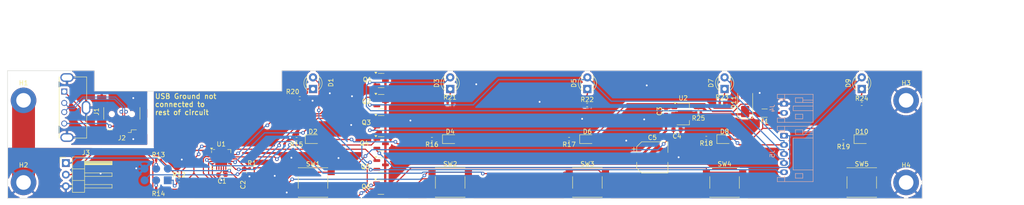
<source format=kicad_pcb>
(kicad_pcb (version 20240108) (generator "pcbnew") (generator_version "8.0")
  (layers (0 "F.Cu" signal) (31 "B.Cu" signal) (34 "B.Paste" user) (35 "F.Paste" user) (36 "B.SilkS" user "B.Silkscreen") (37 "F.SilkS" user "F.Silkscreen") (38 "B.Mask" user) (39 "F.Mask" user) (44 "Edge.Cuts" user))
  (net 0 "")
  (net 1 "GND")
  (net 2 "VCC")
  (net 3 "/RESET")
  (net 4 "+BATT")
  (net 5 "/SW_DRV_SEAT")
  (net 6 "/SW_PAS_SEAT")
  (net 7 "/SW_LIGHTS")
  (net 8 "/SW_LOK_F")
  (net 9 "/SW_LOK_R")
  (net 10 "/MISO")
  (net 11 "/MOSI")
  (net 12 "/SCK")
  (net 19 "Net-(D1-K)")
  (net 20 "Net-(D2-K)")
  (net 21 "Net-(D3-K)")
  (net 22 "Net-(D4-K)")
  (net 23 "Net-(D5-K)")
  (net 24 "Net-(D6-K)")
  (net 25 "Net-(D7-K)")
  (net 26 "Net-(D8-K)")
  (net 27 "Net-(D9-K)")
  (net 28 "Net-(D10-K)")
  (net 29 "/usb_vbus")
  (net 30 "/usb_gnd")
  (net 32 "/usb-")
  (net 33 "/usb+")
  (net 34 "/usb_shield")
  (net 35 "/DRN_DRV_SEAT")
  (net 36 "Net-(D10-A)")
  (net 37 "/DRN_PAS_SEAT")
  (net 38 "/DRN_SW_LIGHTS")
  (net 39 "/DRN_LOK_F")
  (net 40 "/DRN_LOK_R")
  (net 41 "Net-(J3-Pin_2)")
  (net 42 "/GATE_PAS_SEAT")
  (net 43 "/GATE_SW_LIGHTS")
  (net 44 "/GATE_LOK_F")
  (net 45 "/GATE_LOK_R")
  (net 46 "/GATE_DRV_SEAT")
  (net 47 "Net-(J4-Pin_2)")
  (net 48 "Net-(D11-A1)")
  (footprint "Resistor_SMD:R_0402_1005Metric" (layer "F.Cu") (at 127.8 62 180)
    (property "Reference" "R16")
    (property "Value" "1k")
  )
  (footprint "Resistor_SMD:R_0402_1005Metric" (layer "F.Cu") (at 68 66.6)
    (property "Reference" "R13")
    (property "Value" "0")
  )
  (footprint "Diode_SMD:D_SMA" (layer "F.Cu") (at 196.3 53.95 90)
    (property "Reference" "D11")
    (property "Value" "SMAJ16CA")
  )
  (footprint "LED_SMD:LED_0805_2012Metric" (layer "F.Cu") (at 161.8 62)
    (property "Reference" "D6")
    (property "Value" "KT-0805G")
  )
  (footprint "Package_TO_SOT_SMD:SOT-23" (layer "F.Cu") (at 116.7 58.4)
    (property "Reference" "Q3")
    (property "Value" "AO3401A")
  )
  (footprint "Resistor_SMD:R_0402_1005Metric" (layer "F.Cu") (at 187.8 61.75 180)
    (property "Reference" "R18")
    (property "Value" "1k")
  )
  (footprint "project:SW_Push_1P1T_NO_6x6mm_H8.5mm" (layer "F.Cu") (at 101.8 71.5)
    (property "Reference" "SW1")
    (property "Value" "SW_Push")
  )
  (footprint "Resistor_SMD:R_0402_1005Metric" (layer "F.Cu") (at 221.8 54.25)
    (property "Reference" "R24")
    (property "Value" "1k")
  )
  (footprint "Capacitor_SMD:C_0603_1608Metric" (layer "F.Cu") (at 86.75 69.35 -90)
    (property "Reference" "C2")
    (property "Value" "1u")
  )
  (footprint "Resistor_SMD:R_0402_1005Metric" (layer "F.Cu") (at 88.45 68.45)
    (property "Reference" "R1")
    (property "Value" "10k")
  )
  (footprint "Package_TO_SOT_SMD:SOT-23" (layer "F.Cu") (at 116.65 72.5375)
    (property "Reference" "Q6")
    (property "Value" "AO3401A")
  )
  (footprint "Package_TO_SOT_SMD:SOT-23" (layer "F.Cu") (at 116.7 63.025)
    (property "Reference" "Q4")
    (property "Value" "AO3401A")
  )
  (footprint "Resistor_SMD:R_0402_1005Metric" (layer "F.Cu") (at 191.25 54)
    (property "Reference" "R23")
    (property "Value" "1k")
  )
  (footprint "MountingHole:MountingHole_3.2mm_M3_DIN965_Pad" (layer "F.Cu") (at 231.5 53.5)
    (property "Reference" "H3")
    (property "Value" "MountingHole")
  )
  (footprint "Resistor_SMD:R_0402_1005Metric" (layer "F.Cu") (at 72.5 71)
    (property "Reference" "R12")
    (property "Value" "0")
  )
  (footprint "Connector_PinHeader_2.54mm:PinHeader_1x03_P2.54mm_Horizontal" (layer "F.Cu") (at 47.75 67.25)
    (property "Reference" "J3")
    (property "Value" "Debug")
  )
  (footprint "Capacitor_SMD:C_0603_1608Metric" (layer "F.Cu") (at 81.9 69.8 180)
    (property "Reference" "C1")
    (property "Value" "1u")
  )
  (footprint "LED_THT:LED_D3.0mm" (layer "F.Cu") (at 161.8 51 90)
    (property "Reference" "D5")
    (property "Value" "LED")
  )
  (footprint "Resistor_SMD:R_0402_1005Metric" (layer "F.Cu") (at 217.8 62.5 180)
    (property "Reference" "R19")
    (property "Value" "1k")
  )
  (footprint "project:SW_Push_1P1T_NO_6x6mm_H8.5mm" (layer "F.Cu") (at 191.8 71.5)
    (property "Reference" "SW4")
    (property "Value" "SW_Push")
  )
  (footprint "LED_SMD:LED_0805_2012Metric" (layer "F.Cu") (at 131.8 62)
    (property "Reference" "D4")
    (property "Value" "KT-0805G")
  )
  (footprint "Package_TO_SOT_SMD:SOT-23" (layer "F.Cu") (at 116.7 49.15)
    (property "Reference" "Q1")
    (property "Value" "AO3401A")
  )
  (footprint "Resistor_SMD:R_0402_1005Metric" (layer "F.Cu") (at 157.8 62 180)
    (property "Reference" "R17")
    (property "Value" "1k")
  )
  (footprint "Fuse:Fuse_1206_3216Metric" (layer "F.Cu") (at 200.55 56.3 180)
    (property "Reference" "F1")
    (property "Value" "1A")
  )
  (footprint "Resistor_SMD:R_0402_1005Metric" (layer "F.Cu") (at 98.9 53.05 180)
    (property "Reference" "R20")
    (property "Value" "1k")
  )
  (footprint "Resistor_SMD:R_0402_1005Metric" (layer "F.Cu") (at 68 72.8 180)
    (property "Reference" "R14")
    (property "Value" "0")
  )
  (footprint "Package_TO_SOT_SMD:SOT-23" (layer "F.Cu") (at 116.7 53.775)
    (property "Reference" "Q2")
    (property "Value" "AO3401A")
  )
  (footprint "project:SW_Push_1P1T_NO_6x6mm_H8.5mm" (layer "F.Cu") (at 161.8 71.5)
    (property "Reference" "SW3")
    (property "Value" "SW_Push")
  )
  (footprint "project:SW_Push_1P1T_NO_6x6mm_H8.5mm" (layer "F.Cu") (at 131.8 71.5)
    (property "Reference" "SW2")
    (property "Value" "SW_Push")
  )
  (footprint "LED_THT:LED_D3.0mm" (layer "F.Cu") (at 221.8 51 90)
    (property "Reference" "D9")
    (property "Value" "LED")
  )
  (footprint "Connector_USB:USB_Mini-B_Wuerth_65100516121_Horizontal" (layer "F.Cu") (at 60 56.5 180)
    (property "Reference" "J2")
    (property "Value" "MINI 5PTP")
  )
  (footprint "LED_THT:LED_D3.0mm" (layer "F.Cu") (at 131.8 51 90)
    (property "Reference" "D3")
    (property "Value" "LED")
  )
  (footprint "Package_TO_SOT_SMD:SOT-89-3" (layer "F.Cu") (at 182.75 56.5)
    (property "Reference" "U2")
    (property "Value" "HT7550-1")
  )
  (footprint "MountingHole:MountingHole_3.2mm_M3_DIN965_Pad" (layer "F.Cu") (at 231.5 71.5)
    (property "Reference" "H4")
    (property "Value" "MountingHole")
  )
  (footprint "LED_SMD:LED_0805_2012Metric" (layer "F.Cu") (at 101.8 62)
    (property "Reference" "D2")
    (property "Value" "KT-0805G")
  )
  (footprint "MountingHole:MountingHole_3.2mm_M3_DIN965_Pad" (layer "F.Cu") (at 38.5 71.5)
    (property "Reference" "H2")
    (property "Value" "MountingHole")
  )
  (footprint "Package_TO_SOT_SMD:SOT-23" (layer "F.Cu") (at 116.7 67.65)
    (property "Reference" "Q5")
    (property "Value" "AO3401A")
  )
  (footprint "LED_THT:LED_D3.0mm" (layer "F.Cu") (at 191.8 51 90)
    (property "Reference" "D7")
    (property "Value" "LED")
  )
  (footprint "Resistor_SMD:R_0402_1005Metric" (layer "F.Cu") (at 186.09 56.25 180)
    (property "Reference" "R25")
    (property "Value" "1k")
  )
  (footprint "LED_SMD:LED_0805_2012Metric" (layer "F.Cu") (at 221.8 62)
    (property "Reference" "D10")
    (property "Value" "KT-0805G")
  )
  (footprint "Connector_USB:USB_A_Molex_105057_Vertical" (layer "F.Cu") (at 47.4 51.57 -90)
    (property "Reference" "J1")
    (property "Value" "1050570001")
  )
  (footprint "Capacitor_SMD:C_0603_1608Metric" (layer "F.Cu") (at 179 55.9 90)
    (property "Reference" "C3")
    (property "Value" "1u")
  )
  (footprint "Capacitor_SMD:CP_Elec_6.3x5.3" (layer "F.Cu") (at 176 66)
    (property "Reference" "C5")
    (property "Value" "330u")
  )
  (footprint "MountingHole:MountingHole_3.2mm_M3_DIN965_Pad" (layer "F.Cu") (at 38.5 53.5)
    (property "Reference" "H1")
    (property "Value" "MountingHole")
  )
  (footprint "project:SW_Push_1P1T_NO_6x6mm_H8.5mm" (layer "F.Cu") (at 221.8 71.5)
    (property "Reference" "SW5")
    (property "Value" "SW_Push")
  )
  (footprint "Package_DFN_QFN:QFN-20-1EP_4x4mm_P0.5mm_EP2.6x2.6mm" (layer "F.Cu") (at 81.725 66.385)
    (property "Reference" "U1")
    (property "Value" "ATtiny441-M")
  )
  (footprint "LED_SMD:LED_0805_2012Metric" (layer "F.Cu") (at 191.8 62)
    (property "Reference" "D8")
    (property "Value" "KT-0805G")
  )
  (footprint "Resistor_SMD:R_0402_1005Metric" (layer "F.Cu") (at 98.2 62 180)
    (property "Reference" "R15")
    (property "Value" "1k")
  )
  (footprint "Capacitor_SMD:C_0603_1608Metric" (layer "F.Cu") (at 181.4 59.9)
    (property "Reference" "C4")
    (property "Value" "1u")
  )
  (footprint "Resistor_SMD:R_0402_1005Metric" (layer "F.Cu") (at 131.75 54)
    (property "Reference" "R21")
    (property "Value" "1k")
  )
  (footprint "Resistor_SMD:R_0402_1005Metric" (layer "F.Cu") (at 161.75 54.5)
    (property "Reference" "R22")
    (property "Value" "1k")
  )
  (footprint "LED_THT:LED_D3.0mm" (layer "F.Cu") (at 101.8 51 90)
    (property "Reference" "D1")
    (property "Value" "LED")
  )
  (footprint "Connector_JST:JST_PH_S2B-PH-K_1x02_P2.00mm_Horizontal" (layer "B.Cu") (at 204.8 54.25 -90)
    (property "Reference" "J4")
    (property "Value" "JST PH 1x2")
  )
  (footprint "Connector_JST:JST_PH_S5B-PH-K_1x05_P2.00mm_Horizontal" (layer "B.Cu") (at 204.8 61.25 -90)
    (property "Reference" "J5")
    (property "Value" "JST PH 1x5")
  )
  (footprint "project:programmer-pads" (layer "B.Cu") (at 67.5 69.75 180)
    (property "Reference" "P1" (hide yes))
    (property "Value" "CONN_02X03" (hide yes))
  )
  (gr_line (start 54 47) (end 54 51.5) (stroke (width 0.1)) (layer "Edge.Cuts"))
  (gr_line (start 35 47) (end 54 47) (stroke (width 0.1)) (layer "Edge.Cuts"))
  (gr_line (start 95 51.5) (end 95 47) (stroke (width 0.1)) (layer "Edge.Cuts"))
  (gr_line (start 235 47) (end 235 75) (stroke (width 0.1)) (layer "Edge.Cuts"))
  (gr_line (start 54 51.5) (end 95 51.5) (stroke (width 0.1)) (layer "Edge.Cuts"))
  (gr_line (start 35 75) (end 35 47) (stroke (width 0.1)) (layer "Edge.Cuts"))
  (gr_line (start 95 47) (end 235 47) (stroke (width 0.1)) (layer "Edge.Cuts"))
  (gr_line (start 235 75) (end 35 75) (stroke (width 0.1)) (layer "Edge.Cuts"))
  (gr_text "USB Ground not \nconnected to \nrest of circuit" (at 67.15 56.8 0) (layer "F.SilkS") (effects (font (size 1.1 1.1) (thickness 0.2) (bold yes)) (justify left bottom)))
  (segment (start 81.725 69.2) (end 81.125 69.8) (width 0.2) (layer "F.Cu") (net 1))
  (segment (start 81.725 68.31) (end 81.725 69.2) (width 0.2) (layer "F.Cu") (net 1))
  (segment (start 81.125 70.375) (end 81.75 71) (width 0.2) (layer "F.Cu") (net 1))
  (segment (start 81.725 68.31) (end 81.725 66.385) (width 0.1) (layer "F.Cu") (net 1))
  (segment (start 97.15 62) (end 96.8 61.65) (width 0.1) (layer "F.Cu") (net 1))
  (segment (start 97.69 62) (end 97.15 62) (width 0.1) (layer "F.Cu") (net 1))
  (segment (start 86.75 70.125) (end 87.85 70.125) (width 0.2) (layer "F.Cu") (net 1))
  (segment (start 87.85 70.125) (end 87.9 70.175) (width 0.2) (layer "F.Cu") (net 1))
  (segment (start 38.5 71.5) (end 38.5 53.5) (width 5) (layer "F.Cu") (net 1))
  (segment (start 81.125 69.8) (end 81.125 70.375) (width 0.2) (layer "F.Cu") (net 1))
  (via (at 93.425 70.05) (size 0.8) (drill 0.4) (layers "F.Cu" "B.Cu") (net 1))
  (via (at 110.15 58.9) (size 0.8) (drill 0.4) (layers "F.Cu" "B.Cu") (net 1))
  (via (at 55.35 69.55) (size 0.8) (drill 0.4) (layers "F.Cu" "B.Cu") (net 1))
  (via (at 174.775 50.225) (size 0.8) (drill 0.4) (layers "F.Cu" "B.Cu") (net 1))
  (via (at 63.15 68.4) (size 0.8) (drill 0.4) (layers "F.Cu" "B.Cu") (net 1))
  (via (at 96.8 61.65) (size 0.8) (drill 0.4) (layers "F.Cu" "B.Cu") (net 1))
  (via (at 181.75 65.975) (size 0.8) (drill 0.4) (layers "F.Cu" "B.Cu") (net 1))
  (via (at 87.9 70.175) (size 0.8) (drill 0.4) (layers "F.Cu" "B.Cu") (net 1))
  (via (at 101.7 53.575) (size 0.8) (drill 0.4) (layers "F.Cu" "B.Cu") (net 1))
  (via (at 96.05 73.7) (size 0.8) (drill 0.4) (layers "F.Cu" "B.Cu") (net 1))
  (via (at 107.375 66.15) (size 0.8) (drill 0.4) (layers "F.Cu" "B.Cu") (net 1))
  (via (at 73.1 66.475) (size 0.8) (drill 0.4) (layers "F.Cu" "B.Cu") (net 1))
  (via (at 97.075 66.075) (size 0.8) (drill 0.4) (layers "F.Cu" "B.Cu") (net 1))
  (via (at 81.75 71) (size 0.8) (drill 0.4) (layers "F.Cu" "B.Cu") (net 1))
  (via (at 123.1 57.925) (size 0.8) (drill 0.4) (layers "F.Cu" "B.Cu") (net 1))
  (via (at 151.35 53.825) (size 0.8) (drill 0.4) (layers "F.Cu" "B.Cu") (net 1))
  (via (at 137.5 49.975) (size 0.8) (drill 0.4) (layers "F.Cu" "B.Cu") (net 1))
  (via (at 110.325 52.6) (size 0.8) (drill 0.4) (layers "F.Cu" "B.Cu") (net 1))
  (via (at 174.225 57.675) (size 0.8) (drill 0.4) (layers "F.Cu" "B.Cu") (net 1))
  (via (at 105.475 51.95) (size 0.8) (drill 0.4) (layers "F.Cu" "B.Cu") (net 1))
  (via (at 170.3 62.325) (size 0.8) (drill 0.4) (layers "F.Cu" "B.Cu") (net 1))
  (via (at 160.65 57.55) (size 0.8) (drill 0.4) (layers "F.Cu" "B.Cu") (net 1))
  (via (at 199.475 51.875) (size 0.8) (drill 0.4) (layers "F.Cu" "B.Cu") (net 1))
  (segment (start 63.15 68.4) (end 63.15 68.25) (width 0.25) (layer "B.Cu") (net 1))
  (segment (start 63.38 68.48) (end 63.3 68.4) (width 0.25) (layer "B.Cu") (net 1))
  (segment (start 63.3 68.4) (end 63.15 68.4) (width 0.25) (layer "B.Cu") (net 1))
  (segment (start 64.96 68.48) (end 63.38 68.48) (width 0.5) (layer "B.Cu") (net 1))
  (segment (start 82.675 69.8) (end 82.225 69.35) (width 0.2) (layer "F.Cu") (net 2))
  (segment (start 180.625 59.9) (end 180.625 58.175) (width 0.25) (layer "F.Cu") (net 2))
  (segment (start 89.1367 68.2733) (end 110.7137 68.2733) (width 0.25) (layer "F.Cu") (net 2))
  (segment (start 88.96 70.211016) (end 88.221016 70.95) (width 0.25) (layer "F.Cu") (net 2))
  (segment (start 87.578984 70.95) (end 87.536084 70.9071) (width 0.25) (layer "F.Cu") (net 2))
  (segment (start 87.536084 70.9071) (end 85.4858 70.9071) (width 0.25) (layer "F.Cu") (net 2))
  (segment (start 88.221016 70.95) (end 87.578984 70.95) (width 0.25) (layer "F.Cu") (net 2))
  (segment (start 178.4727 63.0544) (end 180.625 60.9021) (width 0.25) (layer "F.Cu") (net 2))
  (segment (start 180.625 58.175) (end 180.8 58) (width 0.25) (layer "F.Cu") (net 2))
  (segment (start 88.96 68.45) (end 89.1367 68.2733) (width 0.25) (layer "F.Cu") (net 2))
  (segment (start 88.96 68.45) (end 88.96 70.211016) (width 0.25) (layer "F.Cu") (net 2))
  (segment (start 82.225 69.131) (end 82.225 68.31) (width 0.2) (layer "F.Cu") (net 2))
  (segment (start 110.7137 68.2733) (end 113.2645 65.7225) (width 0.25) (layer "F.Cu") (net 2))
  (segment (start 82.225 69.35) (end 82.225 69.131) (width 0.2) (layer "F.Cu") (net 2))
  (segment (start 83.2535 69.131) (end 83.4816 68.9029) (width 0.25) (layer "F.Cu") (net 2))
  (segment (start 180.625 60.9021) (end 180.625 59.9) (width 0.25) (layer "F.Cu") (net 2))
  (segment (start 82.225 69.131) (end 83.2535 69.131) (width 0.25) (layer "F.Cu") (net 2))
  (segment (start 85.4858 70.9071) (end 83.4816 68.9029) (width 0.25) (layer "F.Cu") (net 2))
  (via (at 83.4816 68.9029) (size 0.8) (drill 0.4) (layers "F.Cu" "B.Cu") (net 2))
  (via (at 178.4727 63.0544) (size 0.8) (drill 0.4) (layers "F.Cu" "B.Cu") (net 2))
  (via (at 113.2645 65.7225) (size 0.8) (drill 0.4) (layers "F.Cu" "B.Cu") (net 2))
  (segment (start 48.9267 67.25) (end 50.0267 66.15) (width 0.25) (layer "B.Cu") (net 2))
  (segment (start 83.4816 68.9029) (end 70.4629 68.9029) (width 0.25) (layer "B.Cu") (net 2))
  (segment (start 47.75 67.25) (end 48.9267 67.25) (width 0.25) (layer "B.Cu") (net 2))
  (segment (start 67.71 66.15) (end 70.04 68.48) (width 0.25) (layer "B.Cu") (net 2))
  (segment (start 177.2197 64.3074) (end 178.4727 63.0544) (width 0.25) (layer "B.Cu") (net 2))
  (segment (start 113.2645 65.7225) (end 114.6796 64.3074) (width 0.25) (layer "B.Cu") (net 2))
  (segment (start 114.6796 64.3074) (end 177.2197 64.3074) (width 0.25) (layer "B.Cu") (net 2))
  (segment (start 50.0267 66.15) (end 67.71 66.15) (width 0.25) (layer "B.Cu") (net 2))
  (segment (start 70.4629 68.9029) (end 70.04 68.48) (width 0.25) (layer "B.Cu") (net 2))
  (segment (start 85.1157 66.3369) (end 83.6981 66.3369) (width 0.25) (layer "F.Cu") (net 3))
  (segment (start 85.6453 69.6797) (end 86.75 68.575) (width 0.25) (layer "F.Cu") (net 3))
  (segment (start 85.3022 69.6797) (end 85.6453 69.6797) (width 0.25) (layer "F.Cu") (net 3))
  (segment (start 86.9505 68.45) (end 86.9505 68.1717) (width 0.25) (layer "F.Cu") (net 3))
  (segment (start 86.9505 68.1717) (end 85.1157 66.3369) (width 0.25) (layer "F.Cu") (net 3))
  (segment (start 86.75 68.575) (end 86.8255 68.575) (width 0.25) (layer "F.Cu") (net 3))
  (segment (start 86.8255 68.575) (end 86.9505 68.45) (width 0.25) (layer "F.Cu") (net 3))
  (segment (start 86.9505 68.45) (end 87.94 68.45) (width 0.25) (layer "F.Cu") (net 3))
  (segment (start 83.6981 66.3369) (end 83.65 66.385) (width 0.25) (layer "F.Cu") (net 3))
  (via (at 85.3022 69.6797) (size 0.8) (drill 0.4) (layers "F.Cu" "B.Cu") (net 3))
  (segment (start 84.0615 69.824) (end 85.1579 69.824) (width 0.25) (layer "B.Cu") (net 3))
  (segment (start 85.1579 69.824) (end 85.3022 69.6797) (width 0.25) (layer "B.Cu") (net 3))
  (segment (start 66.156 69.824) (end 64.96 71.02) (width 0.25) (layer "B.Cu") (net 3))
  (segment (start 84.0615 69.824) (end 66.156 69.824) (width 0.25) (layer "B.Cu") (net 3))
  (segment (start 180.8 56.5875) (end 180.712 56.675) (width 0.5) (layer "F.Cu") (net 4))
  (segment (start 117.5875 70.8561) (end 117.5875 72.5375) (width 0.25) (layer "F.Cu") (net 4))
  (segment (start 117.762 66) (end 117.588 66.175) (width 0.5) (layer "F.Cu") (net 4))
  (segment (start 180.888 56.5) (end 180.8 56.5875) (width 0.5) (layer "F.Cu") (net 4))
  (segment (start 117.638 52.3904) (end 117.6375 52.3899) (width 0.25) (layer "F.Cu") (net 4))
  (segment (start 185.58 56.25) (end 181.138 56.25) (width 0.5) (layer "F.Cu") (net 4))
  (segment (start 117.638 52.3904) (end 117.638 55.6309) (width 0.5) (layer "F.Cu") (net 4))
  (segment (start 117.638 62.739) (end 117.6375 62.7395) (width 0.25) (layer "F.Cu") (net 4))
  (segment (start 117.638 49.15) (end 117.638 52.3904) (width 0.5) (layer "F.Cu") (net 4))
  (segment (start 117.588 70.8556) (end 117.588 72.5375) (width 0.5) (layer "F.Cu") (net 4))
  (segment (start 117.6375 52.3899) (end 117.6375 49.15) (width 0.25) (layer "F.Cu") (net 4))
  (segment (start 117.638 55.6309) (end 117.6375 55.6304) (width 0.25) (layer "F.Cu") (net 4))
  (segment (start 117.6375 62.7395) (end 117.6375 63.025) (width 0.25) (layer "F.Cu") (net 4))
  (segment (start 117.638 55.6309) (end 117.638 58.8662) (width 0.5) (layer "F.Cu") (net 4))
  (segment (start 180.8 56.5875) (end 180.8875 56.5) (width 0.25) (layer "F.Cu") (net 4))
  (segment (start 117.638 58.8662) (end 117.6375 58.8657) (width 0.25) (layer "F.Cu") (net 4))
  (segment (start 117.638 62.739) (end 117.638 65.875) (width 0.5) (layer "F.Cu") (net 4))
  (segment (start 117.588 66.175) (end 117.588 67.65) (width 0.5) (layer "F.Cu") (net 4))
  (segment (start 117.588 67.65) (end 117.588 70.8556) (width 0.5) (layer "F.Cu") (net 4))
  (segment (start 180.712 56.675) (end 179 56.675) (width 0.5) (layer "F.Cu") (net 4))
  (segment (start 117.6375 55.6304) (end 117.6375 53.775) (width 0.25) (layer "F.Cu") (net 4))
  (segment (start 117.638 58.8662) (end 117.638 62.739) (width 0.5) (layer "F.Cu") (net 4))
  (segment (start 179 56.675) (end 179 60.2) (width 0.5) (layer "F.Cu") (net 4))
  (segment (start 179 60.2) (end 173.2 66) (width 0.5) (layer "F.Cu") (net 4))
  (segment (start 117.638 65.875) (end 117.762 66) (width 0.5) (layer "F.Cu") (net 4))
  (segment (start 173.2 66) (end 117.762 66) (width 0.5) (layer "F.Cu") (net 4))
  (segment (start 181.138 56.25) (end 180.888 56.5) (width 0.5) (layer "F.Cu") (net 4))
  (segment (start 117.6375 67.65) (end 117.588 67.65) (width 0.25) (layer "F.Cu") (net 4))
  (segment (start 117.6375 58.8657) (end 117.6375 58.4) (width 0.25) (layer "F.Cu") (net 4))
  (segment (start 117.588 70.8556) (end 117.5875 70.8561) (width 0.25) (layer "F.Cu") (net 4))
  (segment (start 105.775 69.25) (end 97.825 69.25) (width 0.25) (layer "F.Cu") (net 5))
  (segment (start 80.975 70.9586) (end 80.975 71.321016) (width 0.25) (layer "F.Cu") (net 5))
  (segment (start 82.446016 71.4) (end 95.55 71.4) (width 0.25) (layer "F.Cu") (net 5))
  (segment (start 81.428984 71.775) (end 82.071016 71.775) (width 0.25) (layer "F.Cu") (net 5))
  (segment (start 79.8 67.385) (end 79.8 69.7836) (width 0.25) (layer "F.Cu") (net 5))
  (segment (start 95.55 71.4) (end 97.7 69.25) (width 0.25) (layer "F.Cu") (net 5))
  (segment (start 80.975 71.321016) (end 81.428984 71.775) (width 0.25) (layer "F.Cu") (net 5))
  (segment (start 79.8 69.7836) (end 80.975 70.9586) (width 0.25) (layer "F.Cu") (net 5))
  (segment (start 97.7 69.25) (end 97.825 69.25) (width 0.25) (layer "F.Cu") (net 5))
  (segment (start 82.071016 71.775) (end 82.446016 71.4) (width 0.25) (layer "F.Cu") (net 5))
  (segment (start 80.525 71.507412) (end 81.242588 72.225) (width 0.25) (layer "F.Cu") (net 6))
  (segment (start 78.9686 67.2387) (end 78.9686 69.6453) (width 0.25) (layer "F.Cu") (net 6))
  (segment (start 78.9686 69.6453) (end 80.525 71.2017) (width 0.25) (layer "F.Cu") (net 6))
  (segment (start 126.7233 69.3895) (end 126.1568 69.956) (width 0.25) (layer "F.Cu") (net 6))
  (segment (start 135.775 69.25) (end 127.825 69.25) (width 0.25) (layer "F.Cu") (net 6))
  (segment (start 79.3223 66.885) (end 78.9686 67.2387) (width 0.25) (layer "F.Cu") (net 6))
  (segment (start 79.8 66.885) (end 79.3223 66.885) (width 0.25) (layer "F.Cu") (net 6))
  (segment (start 82.632412 71.85) (end 96.1979 71.85) (width 0.25) (layer "F.Cu") (net 6))
  (segment (start 126.7233 69.25) (end 126.7233 69.3895) (width 0.25) (layer "F.Cu") (net 6))
  (segment (start 82.257412 72.225) (end 82.632412 71.85) (width 0.25) (layer "F.Cu") (net 6))
  (segment (start 127.825 69.25) (end 126.7233 69.25) (width 0.25) (layer "F.Cu") (net 6))
  (segment (start 81.242588 72.225) (end 82.257412 72.225) (width 0.25) (layer "F.Cu") (net 6))
  (segment (start 80.525 71.2017) (end 80.525 71.507412) (width 0.25) (layer "F.Cu") (net 6))
  (segment (start 96.1979 71.85) (end 97.2463 70.8016) (width 0.25) (layer "F.Cu") (net 6))
  (via (at 126.1568 69.956) (size 0.8) (drill 0.4) (layers "F.Cu" "B.Cu") (net 6))
  (via (at 97.2463 70.8016) (size 0.8) (drill 0.4) (layers "F.Cu" "B.Cu") (net 6))
  (segment (start 125.3112 70.8016) (end 126.1568 69.956) (width 0.25) (layer "B.Cu") (net 6))
  (segment (start 97.2463 70.8016) (end 125.3112 70.8016) (width 0.25) (layer "B.Cu") (net 6))
  (segment (start 156.7233 69.25) (end 156.4222 69.5511) (width 0.25) (layer "F.Cu") (net 7))
  (segment (start 79.8 66.385) (end 78.7513 66.385) (width 0.25) (layer "F.Cu") (net 7))
  (segment (start 157.825 69.25) (end 156.7233 69.25) (width 0.25) (layer "F.Cu") (net 7))
  (segment (start 157.825 69.25) (end 157.825 68.7616) (width 0.25) (layer "F.Cu") (net 7))
  (segment (start 156.4222 69.5511) (end 138.9258 69.5511) (width 0.25) (layer "F.Cu") (net 7))
  (segment (start 165.775 69.25) (end 164.6733 69.25) (width 0.25) (layer "F.Cu") (net 7))
  (segment (start 78.7513 66.385) (end 78.5738 66.5625) (width 0.25) (layer "F.Cu") (net 7))
  (segment (start 157.825 68.7616) (end 164.1849 68.7616) (width 0.25) (layer "F.Cu") (net 7))
  (segment (start 164.1849 68.7616) (end 164.6733 69.25) (width 0.25) (layer "F.Cu") (net 7))
  (via (at 138.9258 69.5511) (size 0.8) (drill 0.4) (layers "F.Cu" "B.Cu") (net 7))
  (via (at 78.5738 66.5625) (size 0.8) (drill 0.4) (layers "F.Cu" "B.Cu") (net 7))
  (segment (start 88.7105 67.835) (end 93.9895 62.556) (width 0.25) (layer "B.Cu") (net 7))
  (segment (start 138.6039 69.2292) (end 138.9258 69.5511) (width 0.25) (layer "B.Cu") (net 7))
  (segment (start 125.8484 69.2292) (end 138.6039 69.2292) (width 0.25) (layer "B.Cu") (net 7))
  (segment (start 103.9836 69.4691) (end 125.6085 69.4691) (width 0.25) (layer "B.Cu") (net 7))
  (segment (start 79.8463 67.835) (end 88.7105 67.835) (width 0.25) (layer "B.Cu") (net 7))
  (segment (start 125.6085 69.4691) (end 125.8484 69.2292) (width 0.25) (layer "B.Cu") (net 7))
  (segment (start 93.9895 62.556) (end 97.0705 62.556) (width 0.25) (layer "B.Cu") (net 7))
  (segment (start 78.5738 66.5625) (end 79.8463 67.835) (width 0.25) (layer "B.Cu") (net 7))
  (segment (start 97.0705 62.556) (end 103.9836 69.4691) (width 0.25) (layer "B.Cu") (net 7))
  (segment (start 118.3751 73.1625) (end 118.375908 73.1625) (width 0.25) (layer "F.Cu") (net 8))
  (segment (start 81.056192 72.675) (end 82.443808 72.675) (width 0.25) (layer "F.Cu") (net 8))
  (segment (start 82.810408 72.3084) (end 112.8376 72.3084) (width 0.25) (layer "F.Cu") (net 8))
  (segment (start 116.775 73.8376) (end 117.4477 73.1649) (width 0.25) (layer "F.Cu") (net 8))
  (segment (start 112.8376 72.3084) (end 114.6417 74.1125) (width 0.25) (layer "F.Cu") (net 8))
  (segment (start 117.4477 73.1649) (end 117.4477 73.1648) (width 0.25) (layer "F.Cu") (net 8))
  (segment (start 116.775 73.838408) (end 116.775 73.8376) (width 0.25) (layer "F.Cu") (net 8))
  (segment (start 118.3728 73.1648) (end 118.3751 73.1625) (width 0.25) (layer "F.Cu") (net 8))
  (segment (start 77.8339 66.2581) (end 77.8339 69.452708) (width 0.25) (layer "F.Cu") (net 8))
  (segment (start 118.65 72.888408) (end 118.65 72.8876) (width 0.25) (layer "F.Cu") (net 8))
  (segment (start 79.7845 65.8695) (end 78.9085 65.8695) (width 0.25) (layer "F.Cu") (net 8))
  (segment (start 123.2643 68.2733) (end 187.825 68.2733) (width 0.25) (layer "F.Cu") (net 8))
  (segment (start 195.775 69.25) (end 194.6733 69.25) (width 0.25) (layer "F.Cu") (net 8))
  (segment (start 116.500908 74.1125) (end 116.775 73.838408) (width 0.25) (layer "F.Cu") (net 8))
  (segment (start 118.375908 73.1625) (end 118.65 72.888408) (width 0.25) (layer "F.Cu") (net 8))
  (segment (start 77.8339 69.452708) (end 81.056192 72.675) (width 0.25) (layer "F.Cu") (net 8))
  (segment (start 78.8748 65.8358) (end 78.2562 65.8358) (width 0.25) (layer "F.Cu") (net 8))
  (segment (start 117.4477 73.1648) (end 118.3728 73.1648) (width 0.25) (layer "F.Cu") (net 8))
  (segment (start 194.6733 69.25) (end 187.825 69.25) (width 0.25) (layer "F.Cu") (net 8))
  (segment (start 78.9085 65.8695) (end 78.8748 65.8358) (width 0.25) (layer "F.Cu") (net 8))
  (segment (start 114.6417 74.1125) (end 116.500908 74.1125) (width 0.25) (layer "F.Cu") (net 8))
  (segment (start 79.8 65.885) (end 79.7845 65.8695) (width 0.25) (layer "F.Cu") (net 8))
  (segment (start 82.443808 72.675) (end 82.810408 72.3084) (width 0.25) (layer "F.Cu") (net 8))
  (segment (start 187.825 68.2733) (end 187.825 69.25) (width 0.25) (layer "F.Cu") (net 8))
  (segment (start 78.2562 65.8358) (end 77.8339 66.2581) (width 0.25) (layer "F.Cu") (net 8))
  (segment (start 118.65 72.8876) (end 123.2643 68.2733) (width 0.25) (layer "F.Cu") (net 8))
  (segment (start 68.7048 72.9948) (end 72.2388 72.9948) (width 0.25) (layer "F.Cu") (net 9))
  (segment (start 82.630204 73.125) (end 82.988604 72.7666) (width 0.25) (layer "F.Cu") (net 9))
  (segment (start 125.7315 70.6827) (end 217.369 70.6827) (width 0.25) (layer "F.Cu") (net 9))
  (segment (start 72.2388 72.9948) (end 75.7516 69.482) (width 0.25) (layer "F.Cu") (net 9))
  (segment (start 82.988604 72.7666) (end 112.6549 72.7666) (width 0.25) (layer "F.Cu") (net 9))
  (segment (start 217.369 70.6827) (end 217.825 70.2267) (width 0.25) (layer "F.Cu") (net 9))
  (segment (start 217.825 70.2267) (end 217.825 69.7383) (width 0.25) (layer "F.Cu") (net 9))
  (segment (start 75.7516 69.482) (end 79.3946 73.125) (width 0.25) (layer "F.Cu") (net 9))
  (segment (start 114.4548 74.5665) (end 121.8477 74.5665) (width 0.25) (layer "F.Cu") (net 9))
  (segment (start 217.825 69.7383) (end 224.185 69.7383) (width 0.25) (layer "F.Cu") (net 9))
  (segment (start 112.6549 72.7666) (end 114.4548 74.5665) (width 0.25) (layer "F.Cu") (net 9))
  (segment (start 79.8 65.385) (end 79.7991 65.3841) (width 0.25) (layer "F.Cu") (net 9))
  (segment (start 225.775 69.25) (end 224.6733 69.25) (width 0.25) (layer "F.Cu") (net 9))
  (segment (start 68.51 72.8) (end 68.7048 72.9948) (width 0.25) (layer "F.Cu") (net 9))
  (segment (start 79.3946 73.125) (end 82.630204 73.125) (width 0.25) (layer "F.Cu") (net 9))
  (segment (start 224.185 69.7383) (end 224.6733 69.25) (width 0.25) (layer "F.Cu") (net 9))
  (segment (start 78.0216 65.3841) (end 75.7516 67.6541) (width 0.25) (layer "F.Cu") (net 9))
  (segment (start 79.7991 65.3841) (end 78.0216 65.3841) (width 0.25) (layer "F.Cu") (net 9))
  (segment (start 217.825 69.25) (end 217.825 69.7383) (width 0.25) (layer "F.Cu") (net 9))
  (segment (start 121.8477 74.5665) (end 125.7315 70.6827) (width 0.25) (layer "F.Cu") (net 9))
  (segment (start 75.7516 67.6541) (end 75.7516 69.482) (width 0.25) (layer "F.Cu") (net 9))
  (segment (start 71.99 71.7777) (end 71.99 71) (width 0.25) (layer "F.Cu") (net 10))
  (segment (start 71.5453 72.2224) (end 71.99 71.7777) (width 0.25) (layer "F.Cu") (net 10))
  (via (at 71.5453 72.2224) (size 0.8) (drill 0.4) (layers "F.Cu" "B.Cu") (net 10))
  (segment (start 71.2303 71.9074) (end 71.5453 72.2224) (width 0.25) (layer "B.Cu") (net 10))
  (segment (start 70.04 71.02) (end 71.2303 71.02) (width 0.25) (layer "B.Cu") (net 10))
  (segment (start 71.2303 71.02) (end 71.2303 71.9074) (width 0.25) (layer "B.Cu") (net 10))
  (segment (start 67.5 67.6) (end 67.5 66.61) (width 0.25) (layer "F.Cu") (net 11))
  (segment (start 67.5 66.61) (end 67.49 66.6) (width 0.25) (layer "F.Cu") (net 11))
  (via (at 67.5 67.6) (size 0.8) (drill 0.4) (layers "F.Cu" "B.Cu") (net 11))
  (segment (start 67.5 68.48) (end 67.5 67.6) (width 0.25) (layer "B.Cu") (net 11))
  (segment (start 67.5 72.1) (end 67.5 72.79) (width 0.25) (layer "F.Cu") (net 12))
  (segment (start 67.5 72.79) (end 67.49 72.8) (width 0.25) (layer "F.Cu") (net 12))
  (via (at 67.5 72.1) (size 0.8) (drill 0.4) (layers "F.Cu" "B.Cu") (net 12))
  (segment (start 67.5 71.02) (end 67.5 72.1) (width 0.25) (layer "B.Cu") (net 12))
  (segment (start 101.8 51) (end 100.5733 51) (width 0.25) (layer "F.Cu") (net 19))
  (segment (start 100.5733 51.8867) (end 99.41 53.05) (width 0.25) (layer "F.Cu") (net 19))
  (segment (start 100.5733 51) (end 100.5733 51.8867) (width 0.25) (layer "F.Cu") (net 19))
  (segment (start 100.8625 62) (end 98.71 62) (width 0.25) (layer "F.Cu") (net 20))
  (segment (start 131.24 52.7867) (end 131.24 54) (width 0.25) (layer "F.Cu") (net 21))
  (segment (start 131.8 51) (end 131.8 52.2267) (width 0.25) (layer "F.Cu") (net 21))
  (segment (start 131.8 52.2267) (end 131.24 52.7867) (width 0.25) (layer "F.Cu") (net 21))
  (segment (start 130.8625 62) (end 128.31 62) (width 0.25) (layer "F.Cu") (net 22))
  (segment (start 161.24 52.7867) (end 161.24 54.5) (width 0.25) (layer "F.Cu") (net 23))
  (segment (start 161.8 51) (end 161.8 52.2267) (width 0.25) (layer "F.Cu") (net 23))
  (segment (start 161.8 52.2267) (end 161.24 52.7867) (width 0.25) (layer "F.Cu") (net 23))
  (segment (start 160.8625 62) (end 158.31 62) (width 0.25) (layer "F.Cu") (net 24))
  (segment (start 190.74 53.2867) (end 190.74 54) (width 0.25) (layer "F.Cu") (net 25))
  (segment (start 191.8 51) (end 191.8 52.2267) (width 0.25) (layer "F.Cu") (net 25))
  (segment (start 191.8 52.2267) (end 190.74 53.2867) (width 0.25) (layer "F.Cu") (net 25))
  (segment (start 188.56 62) (end 188.31 61.75) (width 0.25) (layer "F.Cu") (net 26))
  (segment (start 190.8625 62) (end 188.56 62) (width 0.25) (layer "F.Cu") (net 26))
  (segment (start 221.8 52.2267) (end 221.29 52.7367) (width 0.25) (layer "F.Cu") (net 27))
  (segment (start 221.29 52.7367) (end 221.29 54.25) (width 0.25) (layer "F.Cu") (net 27))
  (segment (start 221.8 51) (end 221.8 52.2267) (width 0.25) (layer "F.Cu") (net 27))
  (segment (start 218.81 62) (end 218.31 62.5) (width 0.25) (layer "F.Cu") (net 28))
  (segment (start 220.8625 62) (end 218.81 62) (width 0.25) (layer "F.Cu") (net 28))
  (segment (start 50.905 55.075) (end 47.4 51.57) (width 0.25) (layer "F.Cu") (net 29))
  (segment (start 61.2 61) (end 54 61) (width 0.25) (layer "F.Cu") (net 29))
  (segment (start 54 61) (end 50.905 57.905) (width 0.25) (layer "F.Cu") (net 29))
  (segment (start 50.905 57.905) (end 50.905 55.075) (width 0.25) (layer "F.Cu") (net 29))
  (segment (start 61.6 60.6) (end 61.2 61) (width 0.25) (layer "F.Cu") (net 29))
  (segment (start 61.6 59.1) (end 61.6 60.6) (width 0.25) (layer "F.Cu") (net 29))
  (segment (start 58.325 59.175) (end 58.4 59.1) (width 0.25) (layer "F.Cu") (net 30))
  (segment (start 57.375 59.175) (end 58.325 59.175) (width 0.25) (layer "F.Cu") (net 30))
  (via (at 57.375 59.175) (size 0.8) (drill 0.4) (layers "F.Cu" "B.Cu") (net 30))
  (segment (start 47.4 58.57) (end 56.77 58.57) (width 0.25) (layer "B.Cu") (net 30))
  (segment (start 56.77 58.57) (end 57.375 59.175) (width 0.25) (layer "B.Cu") (net 30))
  (segment (start 60.8 59.1) (end 60.625 58.925) (width 0.2) (layer "F.Cu") (net 32))
  (segment (start 60.625 58.925) (end 60.625 56.3) (width 0.2) (layer "F.Cu") (net 32))
  (segment (start 60.625 56.3) (end 60.925 56) (width 0.2) (layer "F.Cu") (net 32))
  (via (at 60.925 56) (size 0.8) (drill 0.4) (layers "F.Cu" "B.Cu") (net 32))
  (segment (start 58.5932 52.775) (end 51.4068 52.775) (width 0.2) (layer "B.Cu") (net 32))
  (segment (start 48.175 54.845) (end 47.4 54.07) (width 0.2) (layer "B.Cu") (net 32))
  (segment (start 60.625 54.8068) (end 58.5932 52.775) (width 0.2) (layer "B.Cu") (net 32))
  (segment (start 51.4068 52.775) (end 49.3368 54.845) (width 0.2) (layer "B.Cu") (net 32))
  (segment (start 60.625 55.7) (end 60.625 54.8068) (width 0.2) (layer "B.Cu") (net 32))
  (segment (start 49.3368 54.845) (end 48.175 54.845) (width 0.2) (layer "B.Cu") (net 32))
  (segment (start 60.925 56) (end 60.625 55.7) (width 0.2) (layer "B.Cu") (net 32))
  (segment (start 60.175 56.3) (end 59.875 56) (width 0.2) (layer "F.Cu") (net 33))
  (segment (start 60.175 58.925) (end 60.175 56.3) (width 0.2) (layer "F.Cu") (net 33))
  (segment (start 60 59.1) (end 60.175 58.925) (width 0.2) (layer "F.Cu") (net 33))
  (via (at 59.875 56) (size 0.8) (drill 0.4) (layers "F.Cu" "B.Cu") (net 33))
  (segment (start 59.875 56) (end 60.175 55.7) (width 0.2) (layer "B.Cu") (net 33))
  (segment (start 58.4068 53.225) (end 51.5932 53.225) (width 0.2) (layer "B.Cu") (net 33))
  (segment (start 60.175 54.9932) (end 58.4068 53.225) (width 0.2) (layer "B.Cu") (net 33))
  (segment (start 60.175 55.7) (end 60.175 54.9932) (width 0.2) (layer "B.Cu") (net 33))
  (segment (start 48.175 55.295) (end 47.4 56.07) (width 0.2) (layer "B.Cu") (net 33))
  (segment (start 51.5932 53.225) (end 49.5232 55.295) (width 0.2) (layer "B.Cu") (net 33))
  (segment (start 49.5232 55.295) (end 48.175 55.295) (width 0.2) (layer "B.Cu") (net 33))
  (via (at 62.5 53) (size 0.8) (drill 0.4) (layers "F.Cu" "B.Cu") (net 34))
  (via (at 62.5 62) (size 0.8) (drill 0.4) (layers "F.Cu" "B.Cu") (net 34))
  (segment (start 103.075 49.735) (end 103.075 55.675) (width 0.2) (layer "F.Cu") (net 35))
  (segment (start 114.4043 68.697) (end 115.6655 68.697) (width 0.25) (layer "F.Cu") (net 35))
  (segment (start 115.6655 68.697) (end 115.7625 68.6) (width 0.25) (layer "F.Cu") (net 35))
  (segment (start 101.8 48.46) (end 103.075 49.735) (width 0.2) (layer "F.Cu") (net 35))
  (via (at 103.075 55.675) (size 0.8) (drill 0.4) (layers "F.Cu" "B.Cu") (net 35))
  (via (at 114.4043 68.697) (size 0.8) (drill 0.4) (layers "F.Cu" "B.Cu") (net 35))
  (segment (start 203.5983 69.25) (end 203.0453 68.697) (width 0.25) (layer "B.Cu") (net 35))
  (segment (start 204.8 69.25) (end 203.5983 69.25) (width 0.25) (layer "B.Cu") (net 35))
  (segment (start 203.0453 68.697) (end 114.4043 68.697) (width 0.25) (layer "B.Cu") (net 35))
  (segment (start 103.075 55.675) (end 103.075 57.3261) (width 0.2) (layer "B.Cu") (net 35))
  (segment (start 103.075 57.3261) (end 103.0542 57.3469) (width 0.2) (layer "B.Cu") (net 35))
  (segment (start 103.0542 57.3469) (end 114.4043 68.697) (width 0.25) (layer "B.Cu") (net 35))
  (segment (start 131.7099 63.0276) (end 132.7375 62) (width 0.25) (layer "F.Cu") (net 36))
  (segment (start 200.136 59.638) (end 220.3755 59.638) (width 0.25) (layer "F.Cu") (net 36))
  (segment (start 102.8167 62.0792) (end 110.2176 62.0792) (width 0.25) (layer "F.Cu") (net 36))
  (segment (start 197.774 62) (end 200.136 59.638) (width 0.25) (layer "F.Cu") (net 36))
  (segment (start 199.0831 54.3467) (end 200.136 55.3996) (width 0.25) (layer "F.Cu") (net 36))
  (segment (start 115.1421 72.9171) (end 114.0851 72.9171) (width 0.25) (layer "F.Cu") (net 36))
  (segment (start 192.7375 62) (end 197.774 62) (width 0.25) (layer "F.Cu") (net 36))
  (segment (start 170.5151 54.2224) (end 187.4474 54.2224) (width 0.25) (layer "F.Cu") (net 36))
  (segment (start 161.7099 63.0276) (end 133.7651 63.0276) (width 0.25) (layer "F.Cu") (net 36))
  (segment (start 113.6592 67.6966) (end 114.2746 67.0812) (width 0.25) (layer "F.Cu") (net 36))
  (segment (start 113.6592 72.4912) (end 113.6592 67.6966) (width 0.25) (layer "F.Cu") (net 36))
  (segment (start 200.136 55.3996) (end 200.136 59.638) (width 0.25) (layer "F.Cu") (net 36))
  (segment (start 114.0851 72.9171) (end 113.6592 72.4912) (width 0.25) (layer "F.Cu") (net 36))
  (segment (start 102.7375 62) (end 102.8167 62.0792) (width 0.25) (layer "F.Cu") (net 36))
  (segment (start 187.4474 54.2224) (end 189.2 55.975) (width 0.25) (layer "F.Cu") (net 36))
  (segment (start 195.3728 54.3467) (end 199.0831 54.3467) (width 0.25) (layer "F.Cu") (net 36))
  (segment (start 119.8183 62.5912) (end 120.2547 63.0276) (width 0.25) (layer "F.Cu") (net 36))
  (segment (start 162.7375 62) (end 170.5151 54.2224) (width 0.25) (layer "F.Cu") (net 36))
  (segment (start 162.7375 62) (end 161.7099 63.0276) (width 0.25) (layer "F.Cu") (net 36))
  (segment (start 115.7125 73.4875) (end 115.1421 72.9171) (width 0.25) (layer "F.Cu") (net 36))
  (segment (start 120.2547 63.0276) (end 131.7099 63.0276) (width 0.25) (layer "F.Cu") (net 36))
  (segment (start 133.7651 63.0276) (end 132.7375 62) (width 0.25) (layer "F.Cu") (net 36))
  (segment (start 193.7445 55.975) (end 195.3728 54.3467) (width 0.25) (layer "F.Cu") (net 36))
  (segment (start 189.2 55.975) (end 193.7445 55.975) (width 0.25) (layer "F.Cu") (net 36))
  (segment (start 220.3755 59.638) (end 222.7375 62) (width 0.25) (layer "F.Cu") (net 36))
  (via (at 119.8183 62.5912) (size 0.8) (drill 0.4) (layers "F.Cu" "B.Cu") (net 36))
  (via (at 114.2746 67.0812) (size 0.8) (drill 0.4) (layers "F.Cu" "B.Cu") (net 36))
  (via (at 110.2176 62.0792) (size 0.8) (drill 0.4) (layers "F.Cu" "B.Cu") (net 36))
  (segment (start 112.4825 65.9941) (end 112.4825 62.5912) (width 0.25) (layer "B.Cu") (net 36))
  (segment (start 110.7296 62.5912) (end 112.4825 62.5912) (width 0.25) (layer "B.Cu") (net 36))
  (segment (start 112.4825 62.5912) (end 119.8183 62.5912) (width 0.25) (layer "B.Cu") (net 36))
  (segment (start 110.2176 62.0792) (end 110.7296 62.5912) (width 0.25) (layer "B.Cu") (net 36))
  (segment (start 114.2746 67.0812) (end 113.5696 67.0812) (width 0.25) (layer "B.Cu") (net 36))
  (segment (start 113.5696 67.0812) (end 112.4825 65.9941) (width 0.25) (layer "B.Cu") (net 36))
  (segment (start 115.2186 49.5561) (end 115.7625 50.1) (width 0.25) (layer "F.Cu") (net 37))
  (segment (start 114.2172 49.5561) (end 115.2186 49.5561) (width 0.25) (layer "F.Cu") (net 37))
  (via (at 114.2172 49.5561) (size 0.8) (drill 0.4) (layers "F.Cu" "B.Cu") (net 37))
  (segment (start 193.3272 55.7772) (end 114.4171 55.7772) (width 0.25) (layer "B.Cu") (net 37))
  (segment (start 113.4727 54.8328) (end 113.4727 50.3006) (width 0.25) (layer "B.Cu") (net 37))
  (segment (start 114.2172 49.5561) (end 130.7039 49.5561) (width 0.25) (layer "B.Cu") (net 37))
  (segment (start 130.7039 49.5561) (end 131.8 48.46) (width 0.25) (layer "B.Cu") (net 37))
  (segment (start 203.8733 66.3233) (end 193.3272 55.7772) (width 0.25) (layer "B.Cu") (net 37))
  (segment (start 113.4727 50.3006) (end 114.2172 49.5561) (width 0.25) (layer "B.Cu") (net 37))
  (segment (start 204.8 66.3233) (end 203.8733 66.3233) (width 0.25) (layer "B.Cu") (net 37))
  (segment (start 204.8 67.25) (end 204.8 66.3233) (width 0.25) (layer "B.Cu") (net 37))
  (segment (start 114.4171 55.7772) (end 113.4727 54.8328) (width 0.25) (layer "B.Cu") (net 37))
  (segment (start 114.2172 54.4878) (end 115.5253 54.4878) (width 0.25) (layer "F.Cu") (net 38))
  (segment (start 115.5253 54.4878) (end 115.7625 54.725) (width 0.25) (layer "F.Cu") (net 38))
  (via (at 114.2172 54.4878) (size 0.8) (drill 0.4) (layers "F.Cu" "B.Cu") (net 38))
  (segment (start 193.2375 53.6875) (end 167.0275 53.6875) (width 0.25) (layer "B.Cu") (net 38))
  (segment (start 204.8 65.25) (end 204.8 64.3233) (width 0.25) (layer "B.Cu") (net 38))
  (segment (start 136.8578 54.4878) (end 114.2172 54.4878) (width 0.25) (layer "B.Cu") (net 38))
  (segment (start 162.3 48.96) (end 161.8 48.96) (width 0.25) (layer "B.Cu") (net 38))
  (segment (start 161.8 48.96) (end 161.8 48.46) (width 0.25) (layer "B.Cu") (net 38))
  (segment (start 142.3856 48.96) (end 136.8578 54.4878) (width 0.25) (layer "B.Cu") (net 38))
  (segment (start 167.0275 53.6875) (end 162.3 48.96) (width 0.25) (layer "B.Cu") (net 38))
  (segment (start 204.8 64.3233) (end 203.8733 64.3233) (width 0.25) (layer "B.Cu") (net 38))
  (segment (start 203.8733 64.3233) (end 193.2375 53.6875) (width 0.25) (layer "B.Cu") (net 38))
  (segment (start 161.8 48.96) (end 142.3856 48.96) (width 0.25) (layer "B.Cu") (net 38))
  (segment (start 115.7625 59.35) (end 115.0469 60.0656) (width 0.25) (layer "F.Cu") (net 39))
  (segment (start 195.0233 63.25) (end 194.6218 62.8485) (width 0.25) (layer "F.Cu") (net 39))
  (segment (start 204.8 63.25) (end 195.0233 63.25) (width 0.25) (layer "F.Cu") (net 39))
  (segment (start 115.0469 60.0656) (end 114.2172 60.0656) (width 0.25) (layer "F.Cu") (net 39))
  (via (at 194.6218 62.8485) (size 0.8) (drill 0.4) (layers "F.Cu" "B.Cu") (net 39))
  (via (at 114.2172 60.0656) (size 0.8) (drill 0.4) (layers "F.Cu" "B.Cu") (net 39))
  (segment (start 191.8389 60.0656) (end 114.2172 60.0656) (width 0.25) (layer "B.Cu") (net 39))
  (segment (start 204.8 62.3233) (end 203.9891 62.3233) (width 0.25) (layer "B.Cu") (net 39))
  (segment (start 203.9891 62.3233) (end 193.1148 51.449) (width 0.25) (layer "B.Cu") (net 39))
  (segment (start 193.1148 49.7748) (end 191.8 48.46) (width 0.25) (layer "B.Cu") (net 39))
  (segment (start 194.6218 62.8485) (end 191.8389 60.0656) (width 0.25) (layer "B.Cu") (net 39))
  (segment (start 193.1148 51.449) (end 193.1148 49.7748) (width 0.25) (layer "B.Cu") (net 39))
  (segment (start 204.8 63.25) (end 204.8 62.3233) (width 0.25) (layer "B.Cu") (net 39))
  (segment (start 116.298 65.0801) (end 115.7625 64.5446) (width 0.25) (layer "F.Cu") (net 40))
  (segment (start 115.7625 64.5446) (end 115.7625 63.975) (width 0.25) (layer "F.Cu") (net 40))
  (via (at 116.298 65.0801) (size 0.8) (drill 0.4) (layers "F.Cu" "B.Cu") (net 40))
  (segment (start 206.0169 61.25) (end 209.01 61.25) (width 0.25) (layer "B.Cu") (net 40))
  (segment (start 209.01 61.25) (end 221.8 48.46) (width 0.25) (layer "B.Cu") (net 40))
  (segment (start 206.0169 61.25) (end 206.0169 67.6715) (width 0.25) (layer "B.Cu") (net 40))
  (segment (start 119.4277 68.2098) (end 116.298 65.0801) (width 0.25) (layer "B.Cu") (net 40))
  (segment (start 204.8 61.25) (end 206.0169 61.25) (width 0.25) (layer "B.Cu") (net 40))
  (segment (start 205.4786 68.2098) (end 119.4277 68.2098) (width 0.25) (layer "B.Cu") (net 40))
  (segment (start 206.0169 67.6715) (end 205.4786 68.2098) (width 0.25) (layer "B.Cu") (net 40))
  (segment (start 80.725 64.46) (end 64.8 64.46) (width 0.25) (layer "F.Cu") (net 41))
  (segment (start 66.895 66.97928) (end 66.895 66.555) (width 0.25) (layer "F.Cu") (net 41))
  (segment (start 66.895 66.555) (end 64.8 64.46) (width 0.25) (layer "F.Cu") (net 41))
  (segment (start 66.775 73.05928) (end 66.775 67.299695) (width 0.25) (layer "F.Cu") (net 41))
  (segment (start 64.8 64.46) (end 54.2567 64.46) (width 0.25) (layer "F.Cu") (net 41))
  (segment (start 115.1415 72.1585) (end 115.7125 71.5875) (width 0.25) (layer "F.Cu") (net 41))
  (segment (start 66.995208 67.079487) (end 66.895 66.97928) (width 0.25) (layer "F.Cu") (net 41))
  (segment (start 112.375 73.825) (end 111.475 74.725) (width 0.25) (layer "F.Cu") (net 41))
  (segment (start 66.775 67.299695) (end 66.995208 67.079487) (width 0.25) (layer "F.Cu") (net 41))
  (segment (start 111.475 74.725) (end 68.44072 74.725) (width 0.25) (layer "F.Cu") (net 41))
  (segment (start 54.2567 64.46) (end 48.9267 69.79) (width 0.25) (layer "F.Cu") (net 41))
  (segment (start 47.75 69.79) (end 48.9267 69.79) (width 0.25) (layer "F.Cu") (net 41))
  (segment (start 68.44072 74.725) (end 66.775 73.05928) (width 0.25) (layer "F.Cu") (net 41))
  (segment (start 114.4804 72.1585) (end 115.1415 72.1585) (width 0.25) (layer "F.Cu") (net 41))
  (via (at 112.375 73.825) (size 0.8) (drill 0.4) (layers "F.Cu" "B.Cu") (net 41))
  (via (at 114.4804 72.1585) (size 0.8) (drill 0.4) (layers "F.Cu" "B.Cu") (net 41))
  (segment (start 113.089 73.5499) (end 114.4804 72.1585) (width 0.25) (layer "B.Cu") (net 41))
  (segment (start 112.6501 73.5499) (end 113.089 73.5499) (width 0.25) (layer "B.Cu") (net 41))
  (segment (start 112.375 73.825) (end 112.6501 73.5499) (width 0.25) (layer "B.Cu") (net 41))
  (segment (start 83.65 65.385) (end 85.1527 65.385) (width 0.25) (layer "F.Cu") (net 42))
  (segment (start 85.1527 65.385) (end 85.4134 65.1243) (width 0.25) (layer "F.Cu") (net 42))
  (segment (start 103.396016 56.45) (end 111.646016 48.2) (width 0.25) (layer "F.Cu") (net 42))
  (segment (start 94.3542 56.45) (end 103.396016 56.45) (width 0.25) (layer "F.Cu") (net 42))
  (segment (start 111.646016 48.2) (end 115.7625 48.2) (width 0.25) (layer "F.Cu") (net 42))
  (segment (start 91.8198 58.9844) (end 94.3542 56.45) (width 0.25) (layer "F.Cu") (net 42))
  (via (at 85.4134 65.1243) (size 0.8) (drill 0.4) (layers "F.Cu" "B.Cu") (net 42))
  (via (at 91.8198 58.9844) (size 0.8) (drill 0.4) (layers "F.Cu" "B.Cu") (net 42))
  (segment (start 85.4134 65.1243) (end 91.5533 58.9844) (width 0.25) (layer "B.Cu") (net 42))
  (segment (start 91.5533 58.9844) (end 91.8198 58.9844) (width 0.25) (layer "B.Cu") (net 42))
  (segment (start 94.394 62.959984) (end 100.453984 56.9) (width 0.25) (layer "F.Cu") (net 43))
  (segment (start 83.65 67.385) (end 84.8983 68.6333) (width 0.25) (layer "F.Cu") (net 43))
  (segment (start 94.394 63.3767) (end 94.394 62.959984) (width 0.25) (layer "F.Cu") (net 43))
  (segment (start 84.8983 68.6333) (end 85.5544 68.6333) (width 0.25) (layer "F.Cu") (net 43))
  (segment (start 100.453984 56.9) (end 109.417 56.9) (width 0.25) (layer "F.Cu") (net 43))
  (segment (start 109.417 56.9) (end 113.492 52.825) (width 0.25) (layer "F.Cu") (net 43))
  (segment (start 113.492 52.825) (end 115.7625 52.825) (width 0.25) (layer "F.Cu") (net 43))
  (via (at 85.5544 68.6333) (size 0.8) (drill 0.4) (layers "F.Cu" "B.Cu") (net 43))
  (via (at 94.394 63.3767) (size 0.8) (drill 0.4) (layers "F.Cu" "B.Cu") (net 43))
  (segment (start 89.1374 68.6333) (end 85.5544 68.6333) (width 0.25) (layer "B.Cu") (net 43))
  (segment (start 94.394 63.3767) (end 89.1374 68.6333) (width 0.25) (layer "B.Cu") (net 43))
  (segment (start 102.7846 57.45) (end 115.7625 57.45) (width 0.25) (layer "F.Cu") (net 44))
  (segment (start 84.5878 66.885) (end 84.7674 67.0646) (width 0.25) (layer "F.Cu") (net 44))
  (segment (start 83.65 66.885) (end 84.5878 66.885) (width 0.25) (layer "F.Cu") (net 44))
  (segment (start 99.6158 60.6188) (end 102.7846 57.45) (width 0.25) (layer "F.Cu") (net 44))
  (via (at 84.7674 67.0646) (size 0.8) (drill 0.4) (layers "F.Cu" "B.Cu") (net 44))
  (via (at 99.6158 60.6188) (size 0.8) (drill 0.4) (layers "F.Cu" "B.Cu") (net 44))
  (segment (start 91.2132 60.6188) (end 84.7674 67.0646) (width 0.25) (layer "B.Cu") (net 44))
  (segment (start 99.6158 60.6188) (end 91.2132 60.6188) (width 0.25) (layer "B.Cu") (net 44))
  (segment (start 114.5541 63.2834) (end 96.7163 63.2834) (width 0.25) (layer "F.Cu") (net 45))
  (segment (start 83.65 65.885) (end 93.3801 65.885) (width 0.25) (layer "F.Cu") (net 45))
  (segment (start 115.7625 62.075) (end 114.5541 63.2834) (width 0.25) (layer "F.Cu") (net 45))
  (segment (start 93.3801 65.885) (end 93.9015 66.4064) (width 0.25) (layer "F.Cu") (net 45))
  (via (at 93.9015 66.4064) (size 0.8) (drill 0.4) (layers "F.Cu" "B.Cu") (net 45))
  (via (at 96.7163 63.2834) (size 0.8) (drill 0.4) (layers "F.Cu" "B.Cu") (net 45))
  (segment (start 93.9015 66.4064) (end 96.7163 63.5916) (width 0.25) (layer "B.Cu") (net 45))
  (segment (start 96.7163 63.5916) (end 96.7163 63.2834) (width 0.25) (layer "B.Cu") (net 45))
  (segment (start 115.3013 66.2388) (end 115.7625 66.7) (width 0.25) (layer "F.Cu") (net 46))
  (segment (start 115.1604 66.1021) (end 115.1625 66.1021) (width 0.25) (layer "F.Cu") (net 46))
  (segment (start 68.61 66.6) (end 68.51 66.6) (width 0.25) (layer "F.Cu") (net 46))
  (segment (start 73.01 69.09) (end 76.8 65.3) (width 0.25) (layer "F.Cu") (net 46))
  (segment (start 115.1625 66.1021) (end 115.2992 66.2388) (width 0.25) (layer "F.Cu") (net 46))
  (segment (start 82.8425 64.10276) (end 82.8425 64.3425) (width 0.25) (layer "F.Cu") (net 46))
  (segment (start 115.2992 66.2388) (end 115.3013 66.2388) (width 0.25) (layer "F.Cu") (net 46))
  (segment (start 73.01 71) (end 73.01 69.09) (width 0.25) (layer "F.Cu") (net 46))
  (segment (start 82.9712 64.2138) (end 113.2721 64.2138) (width 0.25) (layer "F.Cu") (net 46))
  (segment (start 82.725 64.46) (end 82.8425 64.3425) (width 0.25) (layer "F.Cu") (net 46))
  (segment (start 73.01 71) (end 68.61 66.6) (width 0.25) (layer "F.Cu") (net 46))
  (segment (start 82.33974 63.6) (end 82.8425 64.10276) (width 0.25) (layer "F.Cu") (net 46))
  (segment (start 82.8425 64.3425) (end 82.9712 64.2138) (width 0.25) (layer "F.Cu") (net 46))
  (segment (start 77.475 63.6) (end 82.33974 63.6) (width 0.25) (layer "F.Cu") (net 46))
  (segment (start 113.2721 64.2138) (end 115.1604 66.1021) (width 0.25) (layer "F.Cu") (net 46))
  (via (at 76.8 65.3) (size 0.8) (drill 0.4) (layers "F.Cu" "B.Cu") (net 46))
  (via (at 77.475 63.6) (size 0.8) (drill 0.4) (layers "F.Cu" "B.Cu") (net 46))
  (segment (start 76.8 64.275) (end 77.475 63.6) (width 0.25) (layer "B.Cu") (net 46))
  (segment (start 76.8 65.3) (end 76.8 64.275) (width 0.25) (layer "B.Cu") (net 46))
  (segment (start 204.8 56.25) (end 202 56.25) (width 0.5) (layer "F.Cu") (net 47))
  (segment (start 202 56.25) (end 201.95 56.3) (width 0.5) (layer "F.Cu") (net 47))
  (segment (start 199.15 56.3) (end 196.65 56.3) (width 0.5) (layer "F.Cu") (net 48))
  (segment (start 196.3 55.95) (end 195.7 56.55) (width 0.5) (layer "F.Cu") (net 48))
  (segment (start 195.7 56.55) (end 186.9 56.55) (width 0.5) (layer "F.Cu") (net 48))
  (segment (start 186.9 56.55) (end 186.6 56.25) (width 0.5) (layer "F.Cu") (net 48))
  (segment (start 196.65 56.3) (end 196.3 55.95) (width 0.5) (layer "F.Cu") (net 48))
  (zone (net 34) (net_name "/usb_shield") (layers "F&B.Cu") (connect_pads (clearance 0.5)) (min_thickness 0.25) (fill yes (thermal_gap 0.5) (thermal_bridge_width 0.5))
    (polygon (pts (xy 65.55 47) (xy 65.55 63.25) (xy 46.15 63.25) (xy 46.15 47)))
  )
  (zone (net 1) (net_name "GND") (layers "F&B.Cu") (priority 1) (connect_pads (clearance 0.5)) (min_thickness 0.25) (fill yes (thermal_gap 0.5) (thermal_bridge_width 0.5))
    (polygon (pts (xy 35.1 74.9) (xy 35.1 63.9) (xy 67 64) (xy 67 51) (xy 95 51) (xy 95 47) (xy 235 47) (xy 235 75)))
  )
)
</source>
